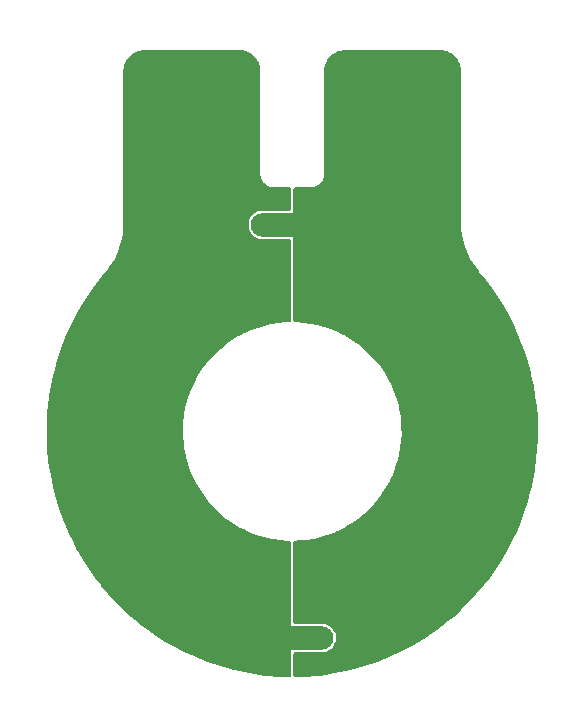
<source format=gbr>
%TF.GenerationSoftware,KiCad,Pcbnew,(6.0.0)*%
%TF.CreationDate,2022-07-31T21:28:17+12:00*%
%TF.ProjectId,MOTOR_TERMINAL_BREAKOUT_42,4d4f544f-525f-4544-9552-4d494e414c5f,0A*%
%TF.SameCoordinates,Original*%
%TF.FileFunction,Copper,L4,Bot*%
%TF.FilePolarity,Positive*%
%FSLAX46Y46*%
G04 Gerber Fmt 4.6, Leading zero omitted, Abs format (unit mm)*
G04 Created by KiCad (PCBNEW (6.0.0)) date 2022-07-31 21:28:17*
%MOMM*%
%LPD*%
G01*
G04 APERTURE LIST*
G04 Aperture macros list*
%AMHorizOval*
0 Thick line with rounded ends*
0 $1 width*
0 $2 $3 position (X,Y) of the first rounded end (center of the circle)*
0 $4 $5 position (X,Y) of the second rounded end (center of the circle)*
0 Add line between two ends*
20,1,$1,$2,$3,$4,$5,0*
0 Add two circle primitives to create the rounded ends*
1,1,$1,$2,$3*
1,1,$1,$4,$5*%
G04 Aperture macros list end*
%TA.AperFunction,ComponentPad*%
%ADD10HorizOval,2.000000X-1.767767X1.767767X1.767767X-1.767767X0*%
%TD*%
%TA.AperFunction,ComponentPad*%
%ADD11O,7.000000X2.000000*%
%TD*%
%TA.AperFunction,ComponentPad*%
%ADD12O,2.000000X7.000000*%
%TD*%
%TA.AperFunction,ConnectorPad*%
%ADD13C,11.000000*%
%TD*%
%TA.AperFunction,ComponentPad*%
%ADD14C,6.400000*%
%TD*%
%TA.AperFunction,ComponentPad*%
%ADD15HorizOval,2.000000X-1.767767X-1.767767X1.767767X1.767767X0*%
%TD*%
G04 APERTURE END LIST*
D10*
%TO.P,H7,1,1*%
%TO.N,+BATT*%
X232370000Y-137630000D03*
%TD*%
D11*
%TO.P,H8,1,1*%
%TO.N,GND*%
X220000000Y-167500000D03*
%TD*%
%TO.P,H5,1,1*%
%TO.N,+BATT*%
X220000000Y-132500000D03*
%TD*%
D12*
%TO.P,H4,1,1*%
%TO.N,GND*%
X202500000Y-150000000D03*
%TD*%
D13*
%TO.P,H1,1,1*%
%TO.N,+BATT*%
X228500000Y-123500000D03*
D14*
X228500000Y-123500000D03*
%TD*%
D12*
%TO.P,H9,1,1*%
%TO.N,+BATT*%
X237500000Y-150000000D03*
%TD*%
D15*
%TO.P,H3,1,1*%
%TO.N,+BATT*%
X232370000Y-162370000D03*
%TD*%
D14*
%TO.P,H2,1,1*%
%TO.N,GND*%
X211500000Y-123500000D03*
D13*
X211500000Y-123500000D03*
%TD*%
D15*
%TO.P,H10,1,1*%
%TO.N,GND*%
X207630000Y-137630000D03*
%TD*%
D10*
%TO.P,H6,1,1*%
%TO.N,GND*%
X207630000Y-162370000D03*
%TD*%
%TA.AperFunction,Conductor*%
%TO.N,+BATT*%
G36*
X232480182Y-117701953D02*
G01*
X232485813Y-117701963D01*
X232499642Y-117705143D01*
X232513483Y-117702011D01*
X232527147Y-117702035D01*
X232535165Y-117702305D01*
X232594838Y-117706216D01*
X232726705Y-117714859D01*
X232743045Y-117717010D01*
X232957773Y-117759722D01*
X232973694Y-117763988D01*
X233181011Y-117834363D01*
X233196237Y-117840670D01*
X233392592Y-117937501D01*
X233406866Y-117945742D01*
X233588901Y-118067374D01*
X233601977Y-118077407D01*
X233766583Y-118221763D01*
X233778237Y-118233417D01*
X233922593Y-118398023D01*
X233932626Y-118411099D01*
X234054258Y-118593134D01*
X234062499Y-118607408D01*
X234159330Y-118803763D01*
X234165637Y-118818989D01*
X234236012Y-119026306D01*
X234240278Y-119042227D01*
X234282990Y-119256955D01*
X234285141Y-119273295D01*
X234297787Y-119466230D01*
X234298057Y-119474692D01*
X234298037Y-119485812D01*
X234294857Y-119499642D01*
X234297989Y-119513482D01*
X234297980Y-119518372D01*
X234300000Y-119536448D01*
X234300000Y-132391411D01*
X234296746Y-132419860D01*
X234294858Y-132428006D01*
X234294857Y-132428722D01*
X234296126Y-132434287D01*
X234296523Y-132439679D01*
X234307676Y-132754128D01*
X234311714Y-132867971D01*
X234358352Y-133305015D01*
X234435815Y-133737661D01*
X234436360Y-133739813D01*
X234515111Y-134050786D01*
X234543714Y-134163736D01*
X234681508Y-134581103D01*
X234848505Y-134987668D01*
X234943143Y-135178397D01*
X235042872Y-135379387D01*
X235042879Y-135379401D01*
X235043866Y-135381389D01*
X235266612Y-135760291D01*
X235267871Y-135762123D01*
X235267876Y-135762130D01*
X235514355Y-136120625D01*
X235515625Y-136122472D01*
X235517013Y-136124213D01*
X235517017Y-136124218D01*
X235782321Y-136456918D01*
X235785592Y-136461367D01*
X235788219Y-136466403D01*
X235788453Y-136466676D01*
X235788454Y-136466679D01*
X235788457Y-136466681D01*
X235788684Y-136466947D01*
X235794337Y-136471137D01*
X235795585Y-136472580D01*
X235798383Y-136474898D01*
X235799656Y-136476087D01*
X235799474Y-136476282D01*
X235815526Y-136491566D01*
X236363523Y-137159725D01*
X236366875Y-137163999D01*
X236905393Y-137882030D01*
X236908580Y-137886476D01*
X237415437Y-138627225D01*
X237418427Y-138631805D01*
X237892645Y-139393835D01*
X237895434Y-139398541D01*
X238336144Y-140180462D01*
X238338725Y-140185285D01*
X238745052Y-140985538D01*
X238747423Y-140990467D01*
X239058022Y-141674183D01*
X239118664Y-141807674D01*
X239120813Y-141812693D01*
X239390737Y-142482669D01*
X239456216Y-142645194D01*
X239458150Y-142650311D01*
X239757110Y-143496607D01*
X239758819Y-143501800D01*
X239945750Y-144114432D01*
X240020766Y-144360281D01*
X240022247Y-144365543D01*
X240207651Y-145083433D01*
X240246680Y-145234557D01*
X240247928Y-145239863D01*
X240434442Y-146117847D01*
X240435459Y-146123203D01*
X240437007Y-146132450D01*
X240583683Y-147008434D01*
X240584469Y-147013847D01*
X240694132Y-147904673D01*
X240694682Y-147910116D01*
X240765574Y-148804834D01*
X240765888Y-148810295D01*
X240793994Y-149598316D01*
X240797880Y-149707282D01*
X240797956Y-149712752D01*
X240790985Y-150610256D01*
X240790824Y-150615723D01*
X240744905Y-151512084D01*
X240744507Y-151517540D01*
X240659724Y-152411083D01*
X240659090Y-152416511D01*
X240561378Y-153119970D01*
X240535605Y-153305515D01*
X240534735Y-153310916D01*
X240372777Y-154193739D01*
X240371673Y-154199096D01*
X240171558Y-155074028D01*
X240170223Y-155079333D01*
X239932315Y-155944769D01*
X239930751Y-155950011D01*
X239655506Y-156804307D01*
X239653717Y-156809474D01*
X239438269Y-157390469D01*
X239341646Y-157651030D01*
X239339633Y-157656116D01*
X238991337Y-158483314D01*
X238989105Y-158488309D01*
X238605231Y-159299617D01*
X238602785Y-159304509D01*
X238184063Y-160098384D01*
X238181406Y-160103166D01*
X237728605Y-160878144D01*
X237725744Y-160882806D01*
X237239757Y-161637365D01*
X237236696Y-161641899D01*
X236718396Y-162374682D01*
X236715151Y-162379065D01*
X236197767Y-163047045D01*
X236165533Y-163088661D01*
X236162090Y-163092912D01*
X235582183Y-163777993D01*
X235578609Y-163782034D01*
X234969492Y-164441322D01*
X234965715Y-164445237D01*
X234328585Y-165077438D01*
X234324619Y-165081206D01*
X233660667Y-165685141D01*
X233656542Y-165688733D01*
X232966980Y-166263301D01*
X232962702Y-166266710D01*
X232715709Y-166454968D01*
X232248881Y-166810783D01*
X232244484Y-166813987D01*
X231507669Y-167326599D01*
X231503137Y-167329609D01*
X231433061Y-167373976D01*
X230744801Y-167809737D01*
X230740117Y-167812562D01*
X229961666Y-168259318D01*
X229956864Y-168261937D01*
X229442826Y-168527980D01*
X229159752Y-168674486D01*
X229154846Y-168676892D01*
X228340560Y-169054464D01*
X228335578Y-169056644D01*
X227845406Y-169258565D01*
X227505674Y-169398514D01*
X227500572Y-169400487D01*
X226656635Y-169706007D01*
X226651456Y-169707756D01*
X225795040Y-169976361D01*
X225789834Y-169977871D01*
X224922522Y-170209064D01*
X224917235Y-170210352D01*
X224040720Y-170403679D01*
X224035403Y-170404731D01*
X223151329Y-170559831D01*
X223145930Y-170560657D01*
X222855342Y-170598723D01*
X222255980Y-170677235D01*
X222250543Y-170677827D01*
X221850450Y-170712657D01*
X221356383Y-170755668D01*
X221350944Y-170756022D01*
X220475648Y-170794049D01*
X220454245Y-170794979D01*
X220448776Y-170795098D01*
X220226000Y-170795098D01*
X220157879Y-170775096D01*
X220111386Y-170721440D01*
X220100000Y-170669098D01*
X220100000Y-168826500D01*
X220120002Y-168758379D01*
X220173658Y-168711886D01*
X220226000Y-168700500D01*
X222555970Y-168700500D01*
X222719711Y-168685454D01*
X222725273Y-168683885D01*
X222725275Y-168683885D01*
X222825888Y-168655509D01*
X222932064Y-168625565D01*
X223129947Y-168527980D01*
X223152503Y-168511137D01*
X223302109Y-168399420D01*
X223302110Y-168399420D01*
X223306733Y-168395967D01*
X223456501Y-168233949D01*
X223574236Y-168047350D01*
X223655994Y-167842421D01*
X223661934Y-167812562D01*
X223697911Y-167631691D01*
X223697911Y-167631688D01*
X223699038Y-167626024D01*
X223699450Y-167594594D01*
X223701850Y-167411188D01*
X223701926Y-167405406D01*
X223700947Y-167399708D01*
X223665541Y-167193654D01*
X223665541Y-167193653D01*
X223664562Y-167187957D01*
X223588196Y-166980957D01*
X223571355Y-166952650D01*
X223478340Y-166796306D01*
X223478339Y-166796305D01*
X223475386Y-166791341D01*
X223329910Y-166625457D01*
X223156640Y-166488863D01*
X222961380Y-166386131D01*
X222750667Y-166320703D01*
X222736718Y-166319052D01*
X222575211Y-166299936D01*
X222575205Y-166299936D01*
X222571524Y-166299500D01*
X220226000Y-166299500D01*
X220157879Y-166279498D01*
X220111386Y-166225842D01*
X220100000Y-166173500D01*
X220100000Y-159374221D01*
X220120002Y-159306100D01*
X220173658Y-159259607D01*
X220221932Y-159248287D01*
X220595243Y-159236229D01*
X220595253Y-159236228D01*
X220597276Y-159236163D01*
X221192062Y-159178368D01*
X221194049Y-159178044D01*
X221194052Y-159178044D01*
X221779865Y-159082638D01*
X221779870Y-159082637D01*
X221781878Y-159082310D01*
X222141018Y-158999726D01*
X222362272Y-158948849D01*
X222362279Y-158948847D01*
X222364267Y-158948390D01*
X222936799Y-158777167D01*
X222938716Y-158776456D01*
X223495196Y-158570056D01*
X223495203Y-158570053D01*
X223497088Y-158569354D01*
X223777158Y-158444366D01*
X224040933Y-158326650D01*
X224040939Y-158326647D01*
X224042799Y-158325817D01*
X224044604Y-158324867D01*
X224044615Y-158324862D01*
X224378456Y-158149219D01*
X224571657Y-158047571D01*
X225081456Y-157735777D01*
X225570072Y-157391735D01*
X226035467Y-157016878D01*
X226475703Y-156612770D01*
X226888942Y-156181094D01*
X227273463Y-155723651D01*
X227501305Y-155414049D01*
X227626453Y-155243992D01*
X227626461Y-155243980D01*
X227627663Y-155242347D01*
X227950065Y-154739190D01*
X228239325Y-154216275D01*
X228294491Y-154099307D01*
X228493362Y-153677640D01*
X228493366Y-153677631D01*
X228494237Y-153675784D01*
X228713738Y-153119970D01*
X228896914Y-152551149D01*
X228930857Y-152416516D01*
X228961036Y-152296808D01*
X229043001Y-151971693D01*
X229151390Y-151384018D01*
X229221629Y-150790572D01*
X229253425Y-150193832D01*
X229246646Y-149596283D01*
X229201320Y-149000417D01*
X229174431Y-148810295D01*
X229117923Y-148410753D01*
X229117922Y-148410747D01*
X229117635Y-148408718D01*
X229038510Y-148028307D01*
X228996355Y-147825642D01*
X228996353Y-147825634D01*
X228995941Y-147823653D01*
X228836746Y-147247660D01*
X228640712Y-146683142D01*
X228408657Y-146132450D01*
X228141548Y-145597882D01*
X227931214Y-145237215D01*
X227841531Y-145083433D01*
X227841526Y-145083425D01*
X227840499Y-145081664D01*
X227506765Y-144585951D01*
X227141737Y-144112807D01*
X227140398Y-144111286D01*
X227140391Y-144111277D01*
X226748271Y-143665722D01*
X226746936Y-143664205D01*
X226324010Y-143242016D01*
X225874720Y-142847999D01*
X225873131Y-142846778D01*
X225873117Y-142846766D01*
X225562856Y-142608265D01*
X225400939Y-142483797D01*
X224904644Y-142150929D01*
X224902906Y-142149919D01*
X224902894Y-142149912D01*
X224389657Y-141851800D01*
X224389648Y-141851795D01*
X224387902Y-141850781D01*
X224120385Y-141717693D01*
X223854690Y-141585512D01*
X223854679Y-141585507D01*
X223852868Y-141584606D01*
X223301772Y-141353513D01*
X222736913Y-141158464D01*
X222734963Y-141157929D01*
X222734951Y-141157925D01*
X222347655Y-141051610D01*
X222160643Y-141000274D01*
X222158637Y-140999860D01*
X222158627Y-140999858D01*
X221577355Y-140880012D01*
X221577352Y-140880012D01*
X221575366Y-140879602D01*
X220983522Y-140796950D01*
X220387578Y-140752664D01*
X220236538Y-140749500D01*
X220226000Y-140749500D01*
X220157879Y-140729498D01*
X220111386Y-140675842D01*
X220100000Y-140623500D01*
X220100000Y-129475341D01*
X220120002Y-129407220D01*
X220173658Y-129360727D01*
X220226000Y-129349341D01*
X221462703Y-129349341D01*
X221491142Y-129352592D01*
X221492353Y-129352873D01*
X221492357Y-129352873D01*
X221499304Y-129354483D01*
X221500020Y-129354484D01*
X221506965Y-129352899D01*
X221514033Y-129352108D01*
X221514054Y-129352294D01*
X221518769Y-129351575D01*
X221572167Y-129347367D01*
X221688312Y-129338216D01*
X221693116Y-129337062D01*
X221693118Y-129337062D01*
X221867150Y-129295269D01*
X221867153Y-129295268D01*
X221871967Y-129294112D01*
X221876543Y-129292216D01*
X221876547Y-129292215D01*
X222041889Y-129223718D01*
X222041894Y-129223715D01*
X222046462Y-129221823D01*
X222050676Y-129219241D01*
X222050679Y-129219239D01*
X222203281Y-129125718D01*
X222203283Y-129125717D01*
X222207502Y-129123131D01*
X222351124Y-129000465D01*
X222473790Y-128856843D01*
X222476377Y-128852622D01*
X222569898Y-128700020D01*
X222569900Y-128700017D01*
X222572482Y-128695803D01*
X222574374Y-128691235D01*
X222574377Y-128691230D01*
X222642874Y-128525888D01*
X222642875Y-128525884D01*
X222644771Y-128521308D01*
X222660584Y-128455463D01*
X222687721Y-128342459D01*
X222687721Y-128342457D01*
X222688875Y-128337653D01*
X222702149Y-128169184D01*
X222702926Y-128164155D01*
X222702712Y-128164130D01*
X222703529Y-128157032D01*
X222705142Y-128150077D01*
X222705143Y-128149361D01*
X222703153Y-128140633D01*
X222700000Y-128112624D01*
X222700000Y-119537024D01*
X222701953Y-119519818D01*
X222701963Y-119514187D01*
X222705143Y-119500358D01*
X222702011Y-119486517D01*
X222702035Y-119472853D01*
X222702305Y-119464832D01*
X222714859Y-119273295D01*
X222717010Y-119256955D01*
X222759722Y-119042227D01*
X222763988Y-119026306D01*
X222834363Y-118818989D01*
X222840670Y-118803763D01*
X222937501Y-118607408D01*
X222945742Y-118593134D01*
X223067374Y-118411099D01*
X223077407Y-118398023D01*
X223221763Y-118233417D01*
X223233417Y-118221763D01*
X223398023Y-118077407D01*
X223411099Y-118067374D01*
X223593134Y-117945742D01*
X223607408Y-117937501D01*
X223803763Y-117840670D01*
X223818989Y-117834363D01*
X224026306Y-117763988D01*
X224042227Y-117759722D01*
X224256955Y-117717010D01*
X224273295Y-117714859D01*
X224339858Y-117710496D01*
X224466241Y-117702213D01*
X224474692Y-117701943D01*
X224485812Y-117701963D01*
X224499642Y-117705143D01*
X224513482Y-117702011D01*
X224518372Y-117702020D01*
X224536448Y-117700000D01*
X232462976Y-117700000D01*
X232480182Y-117701953D01*
G37*
%TD.AperFunction*%
%TD*%
%TA.AperFunction,Conductor*%
%TO.N,GND*%
G36*
X215480183Y-117701953D02*
G01*
X215485814Y-117701963D01*
X215499643Y-117705143D01*
X215513485Y-117702011D01*
X215527151Y-117702035D01*
X215535169Y-117702305D01*
X215578473Y-117705143D01*
X215726705Y-117714858D01*
X215743046Y-117717009D01*
X215850412Y-117738365D01*
X215957781Y-117759722D01*
X215973695Y-117763986D01*
X216181011Y-117834360D01*
X216196235Y-117840666D01*
X216215703Y-117850266D01*
X216392594Y-117937499D01*
X216406868Y-117945740D01*
X216588908Y-118067375D01*
X216601982Y-118077407D01*
X216766590Y-118221763D01*
X216778234Y-118233407D01*
X216920095Y-118395169D01*
X216922592Y-118398017D01*
X216932625Y-118411092D01*
X217054260Y-118593132D01*
X217062501Y-118607406D01*
X217159333Y-118803762D01*
X217165640Y-118818989D01*
X217236013Y-119026302D01*
X217240279Y-119042222D01*
X217282991Y-119256954D01*
X217285142Y-119273294D01*
X217297696Y-119464832D01*
X217297787Y-119466226D01*
X217298057Y-119474688D01*
X217298037Y-119485810D01*
X217294857Y-119499641D01*
X217297989Y-119513481D01*
X217297980Y-119518371D01*
X217300000Y-119536447D01*
X217300000Y-128112008D01*
X217296742Y-128140473D01*
X217294858Y-128148598D01*
X217294857Y-128149314D01*
X217296438Y-128156247D01*
X217297228Y-128163316D01*
X217297043Y-128163337D01*
X217297764Y-128168075D01*
X217310700Y-128332694D01*
X217311088Y-128337628D01*
X217312244Y-128342445D01*
X217354010Y-128516489D01*
X217354012Y-128516495D01*
X217355167Y-128521308D01*
X217357060Y-128525879D01*
X217357062Y-128525885D01*
X217425549Y-128691257D01*
X217427443Y-128695830D01*
X217526134Y-128856893D01*
X217529344Y-128860652D01*
X217529348Y-128860657D01*
X217591976Y-128933987D01*
X217648809Y-129000532D01*
X217652564Y-129003739D01*
X217788684Y-129119993D01*
X217788689Y-129119997D01*
X217792448Y-129123207D01*
X217953511Y-129221898D01*
X217958082Y-129223791D01*
X217958084Y-129223792D01*
X218123456Y-129292279D01*
X218123462Y-129292281D01*
X218128033Y-129294174D01*
X218132846Y-129295329D01*
X218132852Y-129295331D01*
X218294786Y-129334191D01*
X218311713Y-129338253D01*
X218316644Y-129338640D01*
X218316647Y-129338641D01*
X218480206Y-129351494D01*
X218485253Y-129352271D01*
X218485278Y-129352058D01*
X218492356Y-129352872D01*
X218499311Y-129354483D01*
X218500027Y-129354484D01*
X218508719Y-129352500D01*
X218536758Y-129349341D01*
X219774000Y-129349341D01*
X219842121Y-129369343D01*
X219888614Y-129422999D01*
X219900000Y-129475341D01*
X219900000Y-131173500D01*
X219879998Y-131241621D01*
X219826342Y-131288114D01*
X219774000Y-131299500D01*
X217444030Y-131299500D01*
X217280289Y-131314546D01*
X217274727Y-131316115D01*
X217274725Y-131316115D01*
X217174112Y-131344491D01*
X217067936Y-131374435D01*
X216870053Y-131472020D01*
X216865427Y-131475474D01*
X216865426Y-131475475D01*
X216697891Y-131600580D01*
X216693267Y-131604033D01*
X216543499Y-131766051D01*
X216425764Y-131952650D01*
X216344006Y-132157579D01*
X216300962Y-132373976D01*
X216300886Y-132379751D01*
X216300886Y-132379755D01*
X216300543Y-132405989D01*
X216298074Y-132594594D01*
X216299053Y-132600291D01*
X216299053Y-132600292D01*
X216303475Y-132626024D01*
X216335438Y-132812043D01*
X216411804Y-133019043D01*
X216524614Y-133208659D01*
X216670090Y-133374543D01*
X216843360Y-133511137D01*
X217038620Y-133613869D01*
X217249333Y-133679297D01*
X217255070Y-133679976D01*
X217424789Y-133700064D01*
X217424795Y-133700064D01*
X217428476Y-133700500D01*
X219774000Y-133700500D01*
X219842121Y-133720502D01*
X219888614Y-133774158D01*
X219900000Y-133826500D01*
X219900000Y-140625779D01*
X219879998Y-140693900D01*
X219826342Y-140740393D01*
X219778068Y-140751713D01*
X219404757Y-140763771D01*
X219404747Y-140763772D01*
X219402724Y-140763837D01*
X218807938Y-140821632D01*
X218805951Y-140821956D01*
X218805948Y-140821956D01*
X218220135Y-140917362D01*
X218220130Y-140917363D01*
X218218122Y-140917690D01*
X218216122Y-140918150D01*
X217637728Y-141051151D01*
X217637721Y-141051153D01*
X217635733Y-141051610D01*
X217063201Y-141222833D01*
X217061285Y-141223544D01*
X217061284Y-141223544D01*
X216504804Y-141429944D01*
X216504797Y-141429947D01*
X216502912Y-141430646D01*
X216501066Y-141431470D01*
X215959067Y-141673350D01*
X215959061Y-141673353D01*
X215957201Y-141674183D01*
X215955396Y-141675133D01*
X215955385Y-141675138D01*
X215693920Y-141812702D01*
X215428343Y-141952429D01*
X214918544Y-142264223D01*
X214429928Y-142608265D01*
X213964533Y-142983122D01*
X213524297Y-143387230D01*
X213111058Y-143818906D01*
X212726537Y-144276349D01*
X212725343Y-144277971D01*
X212725341Y-144277974D01*
X212373547Y-144756008D01*
X212373539Y-144756020D01*
X212372337Y-144757653D01*
X212049935Y-145260810D01*
X211760675Y-145783725D01*
X211759809Y-145785561D01*
X211759806Y-145785567D01*
X211596206Y-146132450D01*
X211505763Y-146324216D01*
X211286262Y-146880030D01*
X211103086Y-147448851D01*
X210956999Y-148028307D01*
X210848610Y-148615982D01*
X210848373Y-148617983D01*
X210848373Y-148617984D01*
X210825612Y-148810295D01*
X210778371Y-149209428D01*
X210746575Y-149806168D01*
X210753354Y-150403717D01*
X210798680Y-150999583D01*
X210798964Y-151001588D01*
X210798964Y-151001592D01*
X210871936Y-151517540D01*
X210882365Y-151591282D01*
X210882779Y-151593272D01*
X210882781Y-151593284D01*
X211003645Y-152174358D01*
X211004059Y-152176347D01*
X211163254Y-152752340D01*
X211276009Y-153077039D01*
X211357225Y-153310916D01*
X211359288Y-153316858D01*
X211591343Y-153867550D01*
X211858452Y-154402118D01*
X212159501Y-154918336D01*
X212493235Y-155414049D01*
X212858263Y-155887193D01*
X212859602Y-155888714D01*
X212859609Y-155888723D01*
X212911259Y-155947411D01*
X213253064Y-156335795D01*
X213675990Y-156757984D01*
X214125280Y-157152001D01*
X214126869Y-157153222D01*
X214126883Y-157153234D01*
X214422327Y-157380345D01*
X214599061Y-157516203D01*
X215095356Y-157849071D01*
X215097094Y-157850081D01*
X215097106Y-157850088D01*
X215610343Y-158148200D01*
X215610352Y-158148205D01*
X215612098Y-158149219D01*
X215879615Y-158282306D01*
X216145310Y-158414488D01*
X216145321Y-158414493D01*
X216147132Y-158415394D01*
X216698228Y-158646487D01*
X217263087Y-158841536D01*
X217265037Y-158842071D01*
X217265049Y-158842075D01*
X217650750Y-158947952D01*
X217839357Y-158999726D01*
X217841363Y-159000140D01*
X217841373Y-159000142D01*
X218422645Y-159119988D01*
X218424634Y-159120398D01*
X219016478Y-159203050D01*
X219612422Y-159247336D01*
X219763462Y-159250500D01*
X219774000Y-159250500D01*
X219842121Y-159270502D01*
X219888614Y-159324158D01*
X219900000Y-159376500D01*
X219900000Y-170669098D01*
X219879998Y-170737219D01*
X219826342Y-170783712D01*
X219774000Y-170795098D01*
X219551224Y-170795098D01*
X219545755Y-170794979D01*
X219524352Y-170794049D01*
X218649056Y-170756022D01*
X218643617Y-170755668D01*
X218149550Y-170712657D01*
X217749457Y-170677827D01*
X217744020Y-170677235D01*
X217144658Y-170598723D01*
X216854070Y-170560657D01*
X216848671Y-170559831D01*
X215964597Y-170404731D01*
X215959280Y-170403679D01*
X215082765Y-170210352D01*
X215077478Y-170209064D01*
X214210166Y-169977871D01*
X214204960Y-169976361D01*
X213348544Y-169707756D01*
X213343365Y-169706007D01*
X212499428Y-169400487D01*
X212494326Y-169398514D01*
X212154594Y-169258565D01*
X211664422Y-169056644D01*
X211659440Y-169054464D01*
X210845154Y-168676892D01*
X210840248Y-168674486D01*
X210043136Y-168261937D01*
X210038334Y-168259318D01*
X209259883Y-167812562D01*
X209255199Y-167809737D01*
X208727854Y-167475857D01*
X208496863Y-167329609D01*
X208492331Y-167326599D01*
X207755516Y-166813987D01*
X207751119Y-166810783D01*
X207037298Y-166266710D01*
X207033020Y-166263301D01*
X206343458Y-165688733D01*
X206339333Y-165685141D01*
X205675381Y-165081206D01*
X205671415Y-165077438D01*
X205034285Y-164445237D01*
X205030508Y-164441322D01*
X204421391Y-163782034D01*
X204417817Y-163777993D01*
X203837910Y-163092912D01*
X203834467Y-163088661D01*
X203802233Y-163047045D01*
X203284849Y-162379065D01*
X203281604Y-162374682D01*
X202763304Y-161641899D01*
X202760243Y-161637365D01*
X202274256Y-160882806D01*
X202271395Y-160878144D01*
X201818594Y-160103166D01*
X201815937Y-160098384D01*
X201397215Y-159304509D01*
X201394769Y-159299617D01*
X201010895Y-158488309D01*
X201008663Y-158483314D01*
X200980065Y-158415394D01*
X200660360Y-157656099D01*
X200658354Y-157651030D01*
X200473759Y-157153234D01*
X200346283Y-156809474D01*
X200344494Y-156804307D01*
X200069249Y-155950011D01*
X200067685Y-155944769D01*
X199829777Y-155079333D01*
X199828442Y-155074028D01*
X199628327Y-154199096D01*
X199627223Y-154193739D01*
X199465265Y-153310916D01*
X199464395Y-153305515D01*
X199438623Y-153119970D01*
X199340910Y-152416511D01*
X199340276Y-152411083D01*
X199255493Y-151517540D01*
X199255095Y-151512084D01*
X199209176Y-150615723D01*
X199209015Y-150610256D01*
X199202044Y-149712752D01*
X199202120Y-149707282D01*
X199219877Y-149209428D01*
X199234112Y-148810295D01*
X199234426Y-148804834D01*
X199269872Y-148357475D01*
X199305319Y-147910110D01*
X199305868Y-147904673D01*
X199415531Y-147013847D01*
X199416317Y-147008434D01*
X199564538Y-146123221D01*
X199565558Y-146117847D01*
X199752072Y-145239863D01*
X199753320Y-145234557D01*
X199792807Y-145081664D01*
X199977753Y-144365543D01*
X199979234Y-144360281D01*
X200037417Y-144169597D01*
X200241181Y-143501800D01*
X200242890Y-143496607D01*
X200541850Y-142650311D01*
X200543784Y-142645194D01*
X200608809Y-142483797D01*
X200879187Y-141812693D01*
X200881336Y-141807674D01*
X200941979Y-141674183D01*
X201252577Y-140990467D01*
X201254948Y-140985538D01*
X201338271Y-140821436D01*
X201661275Y-140185285D01*
X201663856Y-140180462D01*
X202104566Y-139398541D01*
X202107355Y-139393835D01*
X202581573Y-138631805D01*
X202584563Y-138627225D01*
X203091420Y-137886476D01*
X203094607Y-137882030D01*
X203633125Y-137163999D01*
X203636477Y-137159725D01*
X204184111Y-136492009D01*
X204200123Y-136476815D01*
X204199884Y-136476557D01*
X204205113Y-136471710D01*
X204210852Y-136467487D01*
X204211319Y-136466944D01*
X204213981Y-136461883D01*
X204217176Y-136457549D01*
X204413664Y-136211138D01*
X204484371Y-136122466D01*
X204733377Y-135760283D01*
X204956118Y-135381380D01*
X205151477Y-134987659D01*
X205318472Y-134581096D01*
X205364733Y-134440977D01*
X205455565Y-134165856D01*
X205455569Y-134165841D01*
X205456266Y-134163731D01*
X205564167Y-133737657D01*
X205574617Y-133679297D01*
X205641240Y-133307218D01*
X205641242Y-133307205D01*
X205641634Y-133305015D01*
X205688278Y-132867973D01*
X205703444Y-132440588D01*
X205703870Y-132434928D01*
X205705142Y-132429442D01*
X205705143Y-132428726D01*
X205703154Y-132420003D01*
X205700000Y-132391989D01*
X205700000Y-119537024D01*
X205701953Y-119519818D01*
X205701963Y-119514187D01*
X205705143Y-119500358D01*
X205702011Y-119486517D01*
X205702035Y-119472853D01*
X205702305Y-119464832D01*
X205714859Y-119273295D01*
X205717010Y-119256955D01*
X205759722Y-119042227D01*
X205763988Y-119026306D01*
X205834363Y-118818989D01*
X205840670Y-118803763D01*
X205937501Y-118607408D01*
X205945742Y-118593134D01*
X206067374Y-118411099D01*
X206077407Y-118398023D01*
X206221763Y-118233417D01*
X206233417Y-118221763D01*
X206398023Y-118077407D01*
X206411099Y-118067374D01*
X206593134Y-117945742D01*
X206607408Y-117937501D01*
X206803763Y-117840670D01*
X206818989Y-117834363D01*
X207026306Y-117763988D01*
X207042227Y-117759722D01*
X207256955Y-117717010D01*
X207273295Y-117714859D01*
X207339858Y-117710496D01*
X207466241Y-117702213D01*
X207474692Y-117701943D01*
X207485812Y-117701963D01*
X207499642Y-117705143D01*
X207513482Y-117702011D01*
X207518372Y-117702020D01*
X207536448Y-117700000D01*
X215462977Y-117700000D01*
X215480183Y-117701953D01*
G37*
%TD.AperFunction*%
%TD*%
M02*

</source>
